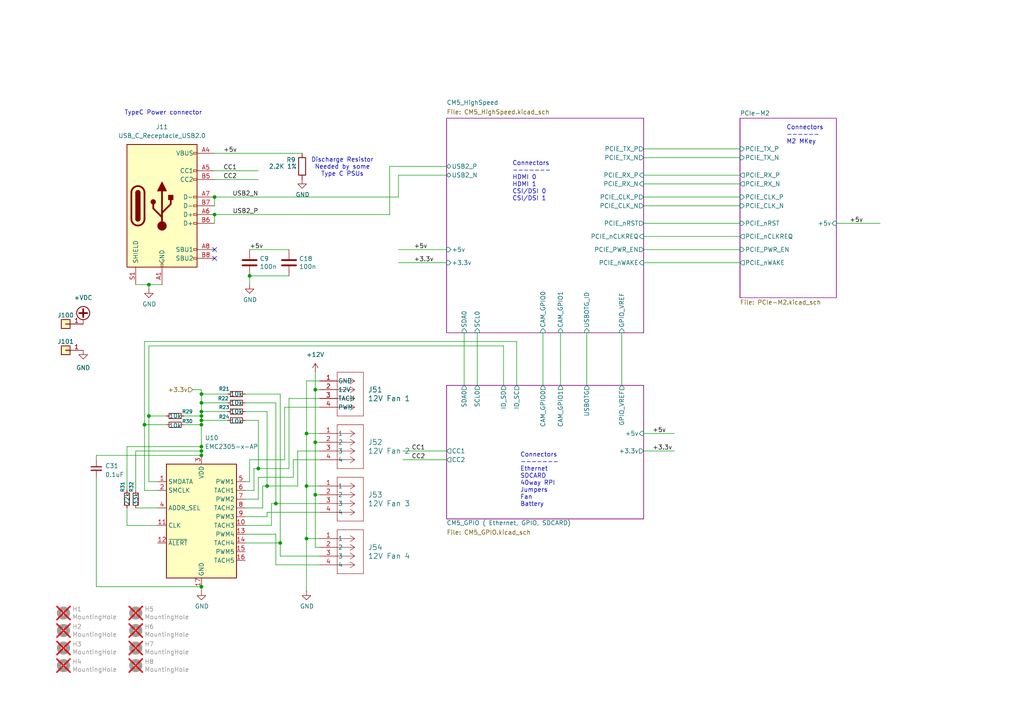
<source format=kicad_sch>
(kicad_sch (version 20250114) (generator "eeschema") (generator_version "9.0")
  (paper "A4")
  (title_block (title "Compute Module 5 IO Board - Top Level") (rev "1") (company "Copyright © 2024 Raspberry Pi Ltd.") (comment 1 "www.raspberrypi.com"))
  (text "Connectors\n-------\nEthernet\nSDCARD\n40way RPI\nJumpers\nFan\nBattery" (at 150.876 147.066 0) (effects (font (size 1.27 1.27)) (justify left bottom)))
  (text "Connectors\n------\nM2 MKey" (at 228.092 41.91 0) (effects (font (size 1.27 1.27)) (justify left bottom)))
  (text "Discharge Resistor\nNeeded by some\nType C PSUs" (at 99.314 48.514 0) (effects (font (size 1.27 1.27))))
  (text "TypeC Power connector" (at 36.068 33.528 0) (effects (font (size 1.27 1.27)) (justify left bottom)))
  (text "https://webench.ti.com/appinfo/webench/scripts/SDP.cgi?ID=394641B4FF50B9DB" (at 71.12 391.414 0) (effects (font (size 1.27 1.27))))
  (text "Connectors\n-------\nHDMI 0\nHDMI 1\nCSI/DSI 0\nCSI/DSI 1" (at 148.59 58.42 0) (effects (font (size 1.27 1.27)) (justify left bottom)))
  (junction (at 48.26 455.93))
  (junction (at 0 276.86))
  (junction (at 91.44 113.03))
  (junction (at 153.67 250.19))
  (junction (at 43.18 82.55))
  (junction (at 91.44 143.51))
  (junction (at 71.12 455.93))
  (junction (at 99.06 250.19))
  (junction (at 80.01 146.05))
  (junction (at 22.86 311.15))
  (junction (at 88.9 156.21))
  (junction (at 88.9 140.97))
  (junction (at 157.48 455.93))
  (junction (at 26.67 411.48))
  (junction (at 71.12 311.15))
  (junction (at 58.42 114.3))
  (junction (at 95.25 280.67))
  (junction (at 43.18 120.65))
  (junction (at 58.42 129.54))
  (junction (at 0 298.45))
  (junction (at 58.42 132.08))
  (junction (at 58.42 119.38))
  (junction (at 38.1 455.93))
  (junction (at 41.91 123.19))
  (junction (at 88.9 125.73))
  (junction (at 168.91 419.1))
  (junction (at 88.9 436.88))
  (junction (at 137.16 419.1))
  (junction (at 170.18 250.19))
  (junction (at 125.73 419.1))
  (junction (at 58.42 170.18))
  (junction (at 58.42 121.92))
  (junction (at 91.44 128.27))
  (junction (at -27.94 240.03))
  (junction (at 22.86 344.17))
  (junction (at 50.8 411.48))
  (junction (at 58.42 130.81))
  (junction (at 74.93 135.89))
  (junction (at 95.25 419.1))
  (junction (at 58.42 120.65))
  (junction (at 157.48 419.1))
  (junction (at 58.42 123.19))
  (junction (at 48.26 411.48))
  (junction (at 77.47 140.97))
  (junction (at 0 270.51))
  (junction (at 93.98 455.93))
  (junction (at 72.39 80.01))
  (junction (at 81.28 157.48))
  (junction (at 38.1 411.48))
  (junction (at 50.8 414.02))
  (junction (at 26.67 248.92))
  (junction (at 88.9 419.1))
  (junction (at -11.43 240.03))
  (junction (at 170.18 307.34))
  (junction (at 115.57 250.19))
  (junction (at 11.43 308.61))
  (junction (at 62.23 62.23))
  (junction (at -27.94 254))
  (junction (at 58.42 116.84))
  (junction (at 26.67 240.03))
  (junction (at 62.23 57.15))
  (junction (at 0 308.61))
  (junction (at 0 240.03))
  (junction (at 137.16 455.93))
  (junction (at 81.28 280.67))
  (junction (at 137.16 430.53))
  (no_connect (at 62.23 74.93))
  (no_connect (at 62.23 72.39))
  (wire (pts (xy 19.05 300.99) (xy 27.94 300.99)))
  (wire (pts (xy 41.91 142.24) (xy 41.91 123.19)))
  (wire (pts (xy 0 240.03) (xy 0 254)))
  (wire (pts (xy 58.42 170.18) (xy 58.42 171.45)))
  (wire (pts (xy 99.06 434.34) (xy 99.06 431.8)))
  (wire (pts (xy 0 261.62) (xy 0 270.51)))
  (wire (pts (xy 76.2 147.32) (xy 76.2 140.97)))
  (wire (pts (xy 80.01 146.05) (xy 92.71 146.05)))
  (wire (pts (xy 115.57 76.2) (xy 129.54 76.2)))
  (wire (pts (xy 170.18 250.19) (xy 181.61 250.19)))
  (wire (pts (xy 186.69 130.81) (xy 195.58 130.81)))
  (wire (pts (xy 86.36 140.97) (xy 86.36 130.81)))
  (wire (pts (xy 27.94 132.08) (xy 58.42 132.08)))
  (wire (pts (xy 27.94 133.35) (xy 27.94 132.08)))
  (wire (pts (xy 180.34 96.52) (xy 180.34 111.76)))
  (wire (pts (xy 71.12 121.92) (xy 74.93 121.92)))
  (wire (pts (xy -27.94 240.03) (xy -11.43 240.03)))
  (wire (pts (xy 74.93 260.35) (xy 74.93 246.38)))
  (wire (pts (xy 55.88 113.03) (xy 58.42 113.03)))
  (wire (pts (xy 118.11 426.72) (xy 118.11 430.53)))
  (wire (pts (xy 36.83 147.32) (xy 36.83 152.4)))
  (wire (pts (xy 88.9 125.73) (xy 88.9 140.97)))
  (wire (pts (xy 113.03 48.26) (xy 129.54 48.26)))
  (wire (pts (xy 139.7 250.19) (xy 153.67 250.19)))
  (wire (pts (xy 74.93 246.38) (xy 83.82 246.38)))
  (wire (pts (xy 104.14 250.19) (xy 99.06 250.19)))
  (wire (pts (xy 186.69 53.34) (xy 214.63 53.34)))
  (wire (pts (xy 107.95 434.34) (xy 125.73 434.34)))
  (wire (pts (xy 62.23 52.07) (xy 74.93 52.07)))
  (wire (pts (xy 88.9 405.13) (xy 88.9 411.48)))
  (wire (pts (xy 45.72 142.24) (xy 41.91 142.24)))
  (wire (pts (xy 168.91 429.26) (xy 168.91 419.1)))
  (wire (pts (xy 78.74 152.4) (xy 78.74 146.05)))
  (wire (pts (xy -6.35 411.48) (xy 26.67 411.48)))
  (wire (pts (xy 186.69 68.58) (xy 214.63 68.58)))
  (wire (pts (xy 115.57 57.15) (xy 115.57 50.8)))
  (wire (pts (xy 125.73 419.1) (xy 121.92 419.1)))
  (wire (pts (xy 43.18 83.82) (xy 43.18 82.55)))
  (wire (pts (xy 78.74 146.05) (xy 80.01 146.05)))
  (wire (pts (xy 74.93 135.89) (xy 83.82 135.89)))
  (wire (pts (xy -6.35 410.21) (xy -6.35 411.48)))
  (wire (pts (xy 102.87 260.35) (xy 99.06 260.35)))
  (wire (pts (xy 99.06 250.19) (xy 95.25 250.19)))
  (wire (pts (xy 134.62 96.52) (xy 134.62 111.76)))
  (wire (pts (xy 77.47 140.97) (xy 86.36 140.97)))
  (wire (pts (xy 58.42 129.54) (xy 58.42 130.81)))
  (wire (pts (xy 48.26 411.48) (xy 50.8 411.48)))
  (wire (pts (xy 83.82 246.38) (xy 83.82 247.65)))
  (wire (pts (xy 186.69 43.18) (xy 214.63 43.18)))
  (wire (pts (xy 157.48 455.93) (xy 137.16 455.93)))
  (wire (pts (xy 53.34 426.72) (xy 48.26 426.72)))
  (wire (pts (xy 58.42 123.19) (xy 58.42 129.54)))
  (wire (pts (xy 58.42 130.81) (xy 58.42 132.08)))
  (wire (pts (xy -27.94 247.65) (xy -27.94 254)))
  (wire (pts (xy 58.42 120.65) (xy 58.42 121.92)))
  (wire (pts (xy 179.07 419.1) (xy 168.91 419.1)))
  (wire (pts (xy 88.9 125.73) (xy 92.71 125.73)))
  (wire (pts (xy 88.9 426.72) (xy 118.11 426.72)))
  (wire (pts (xy 68.58 260.35) (xy 74.93 260.35)))
  (wire (pts (xy 88.9 140.97) (xy 88.9 156.21)))
  (wire (pts (xy 0 270.51) (xy 27.94 270.51)))
  (wire (pts (xy 83.82 115.57) (xy 83.82 135.89)))
  (wire (pts (xy 92.71 115.57) (xy 83.82 115.57)))
  (wire (pts (xy 72.39 80.01) (xy 83.82 80.01)))
  (wire (pts (xy 68.58 300.99) (xy 74.93 300.99)))
  (wire (pts (xy -48.26 254) (xy -27.94 254)))
  (wire (pts (xy 71.12 152.4) (xy 78.74 152.4)))
  (wire (pts (xy 77.47 148.59) (xy 92.71 148.59)))
  (wire (pts (xy 81.28 280.67) (xy 83.82 280.67)))
  (wire (pts (xy 125.73 419.1) (xy 125.73 434.34)))
  (wire (pts (xy 92.71 163.83) (xy 80.01 163.83)))
  (wire (pts (xy -48.26 240.03) (xy -27.94 240.03)))
  (wire (pts (xy 71.12 114.3) (xy 81.28 114.3)))
  (wire (pts (xy -21.59 290.83) (xy -21.59 298.45)))
  (wire (pts (xy 22.86 336.55) (xy 22.86 344.17)))
  (wire (pts (xy 62.23 62.23) (xy 113.03 62.23)))
  (wire (pts (xy 71.12 157.48) (xy 81.28 157.48)))
  (wire (pts (xy -21.59 276.86) (xy 0 276.86)))
  (wire (pts (xy 71.12 144.78) (xy 74.93 144.78)))
  (wire (pts (xy 27.94 260.35) (xy 26.67 260.35)))
  (wire (pts (xy 88.9 140.97) (xy 92.71 140.97)))
  (wire (pts (xy 138.43 96.52) (xy 138.43 111.76)))
  (wire (pts (xy 41.91 123.19) (xy 48.26 123.19)))
  (wire (pts (xy 27.94 311.15) (xy 22.86 311.15)))
  (wire (pts (xy 43.18 139.7) (xy 45.72 139.7)))
  (wire (pts (xy 170.18 250.19) (xy 170.18 280.67)))
  (wire (pts (xy 43.18 120.65) (xy 43.18 139.7)))
  (wire (pts (xy 116.84 133.35) (xy 129.54 133.35)))
  (wire (pts (xy 95.25 250.19) (xy 95.25 262.89)))
  (wire (pts (xy 88.9 436.88) (xy 93.98 436.88)))
  (wire (pts (xy 157.48 434.34) (xy 157.48 455.93)))
  (wire (pts (xy 137.16 436.88) (xy 137.16 455.93)))
  (wire (pts (xy 48.26 411.48) (xy 48.26 421.64)))
  (wire (pts (xy 186.69 57.15) (xy 214.63 57.15)))
  (wire (pts (xy 170.18 288.29) (xy 170.18 307.34)))
  (wire (pts (xy 91.44 158.75) (xy 92.71 158.75)))
  (wire (pts (xy 157.48 96.52) (xy 157.48 111.76)))
  (wire (pts (xy 26.67 260.35) (xy 26.67 248.92)))
  (wire (pts (xy 113.03 48.26) (xy 113.03 62.23)))
  (wire (pts (xy 7.62 344.17) (xy 22.86 344.17)))
  (wire (pts (xy 38.1 411.48) (xy 38.1 416.56)))
  (wire (pts (xy 39.37 142.24) (xy 39.37 130.81)))
  (wire (pts (xy 58.42 113.03) (xy 58.42 114.3)))
  (wire (pts (xy 74.93 307.34) (xy 170.18 307.34)))
  (wire (pts (xy 50.8 414.02) (xy 53.34 414.02)))
  (wire (pts (xy 93.98 436.88) (xy 93.98 455.93)))
  (wire (pts (xy 0 240.03) (xy -11.43 240.03)))
  (wire (pts (xy 118.11 430.53) (xy 137.16 430.53)))
  (wire (pts (xy 0 270.51) (xy 0 276.86)))
  (wire (pts (xy 68.58 311.15) (xy 71.12 311.15)))
  (wire (pts (xy 53.34 421.64) (xy 48.26 421.64)))
  (wire (pts (xy 91.44 128.27) (xy 92.71 128.27)))
  (wire (pts (xy 71.12 119.38) (xy 77.47 119.38)))
  (wire (pts (xy 41.91 99.06) (xy 149.86 99.06)))
  (wire (pts (xy 88.9 110.49) (xy 88.9 125.73)))
  (wire (pts (xy 88.9 419.1) (xy 88.9 421.64)))
  (wire (pts (xy 58.42 116.84) (xy 58.42 119.38)))
  (wire (pts (xy 162.56 96.52) (xy 162.56 111.76)))
  (wire (pts (xy 92.71 161.29) (xy 81.28 161.29)))
  (wire (pts (xy 43.18 100.33) (xy 43.18 120.65)))
  (wire (pts (xy 74.93 300.99) (xy 74.93 307.34)))
  (wire (pts (xy 81.28 161.29) (xy 81.28 157.48)))
  (wire (pts (xy 99.06 250.19) (xy 99.06 260.35)))
  (wire (pts (xy 58.42 121.92) (xy 58.42 123.19)))
  (wire (pts (xy 186.69 50.8) (xy 214.63 50.8)))
  (wire (pts (xy 91.44 107.95) (xy 91.44 113.03)))
  (wire (pts (xy 11.43 300.99) (xy 11.43 308.61)))
  (wire (pts (xy 68.58 280.67) (xy 81.28 280.67)))
  (wire (pts (xy 149.86 99.06) (xy 149.86 111.76)))
  (wire (pts (xy 48.26 441.96) (xy 48.26 455.93)))
  (wire (pts (xy 82.55 133.35) (xy 72.39 133.35)))
  (wire (pts (xy 7.62 311.15) (xy 7.62 322.58)))
  (wire (pts (xy 50.8 416.56) (xy 50.8 414.02)))
  (wire (pts (xy 74.93 138.43) (xy 85.09 138.43)))
  (wire (pts (xy 68.58 308.61) (xy 71.12 308.61)))
  (wire (pts (xy 39.37 130.81) (xy 58.42 130.81)))
  (wire (pts (xy 0 298.45) (xy 0 308.61)))
  (wire (pts (xy 48.26 455.93) (xy 71.12 455.93)))
  (wire (pts (xy 92.71 110.49) (xy 88.9 110.49)))
  (wire (pts (xy 72.39 80.01) (xy 72.39 82.55)))
  (wire (pts (xy 95.25 273.05) (xy 95.25 280.67)))
  (wire (pts (xy 170.18 96.52) (xy 170.18 111.76)))
  (wire (pts (xy 11.43 293.37) (xy 11.43 290.83)))
  (wire (pts (xy 58.42 114.3) (xy 58.42 116.84)))
  (wire (pts (xy 50.8 411.48) (xy 50.8 414.02)))
  (wire (pts (xy 186.69 64.77) (xy 214.63 64.77)))
  (wire (pts (xy 168.91 455.93) (xy 157.48 455.93)))
  (wire (pts (xy 146.05 100.33) (xy 43.18 100.33)))
  (wire (pts (xy 16.51 252.73) (xy 16.51 248.92)))
  (wire (pts (xy 36.83 152.4) (xy 45.72 152.4)))
  (wire (pts (xy 87.63 267.97) (xy 68.58 267.97)))
  (wire (pts (xy 86.36 130.81) (xy 92.71 130.81)))
  (wire (pts (xy 62.23 44.45) (xy 87.63 44.45)))
  (wire (pts (xy 62.23 62.23) (xy 62.23 64.77)))
  (wire (pts (xy 53.34 123.19) (xy 58.42 123.19)))
  (wire (pts (xy 72.39 72.39) (xy 83.82 72.39)))
  (wire (pts (xy 53.34 416.56) (xy 50.8 416.56)))
  (wire (pts (xy 38.1 455.93) (xy 48.26 455.93)))
  (wire (pts (xy 95.25 405.13) (xy 88.9 405.13)))
  (wire (pts (xy 242.57 64.77) (xy 255.27 64.77)))
  (wire (pts (xy 157.48 419.1) (xy 137.16 419.1)))
  (wire (pts (xy 26.67 455.93) (xy 38.1 455.93)))
  (wire (pts (xy 91.44 143.51) (xy 92.71 143.51)))
  (wire (pts (xy 22.86 311.15) (xy 7.62 311.15)))
  (wire (pts (xy 82.55 118.11) (xy 82.55 133.35)))
  (wire (pts (xy 48.26 426.72) (xy 48.26 436.88)))
  (wire (pts (xy 36.83 142.24) (xy 36.83 129.54)))
  (wire (pts (xy 41.91 99.06) (xy 41.91 123.19)))
  (wire (pts (xy 91.44 280.67) (xy 95.25 280.67)))
  (wire (pts (xy 81.28 114.3) (xy 81.28 157.48)))
  (wire (pts (xy -21.59 283.21) (xy -21.59 276.86)))
  (wire (pts (xy 38.1 411.48) (xy 48.26 411.48)))
  (wire (pts (xy 71.12 116.84) (xy 80.01 116.84)))
  (wire (pts (xy 36.83 129.54) (xy 58.42 129.54)))
  (wire (pts (xy 0 290.83) (xy 0 298.45)))
  (wire (pts (xy 53.34 120.65) (xy 58.42 120.65)))
  (wire (pts (xy 186.69 72.39) (xy 214.63 72.39)))
  (wire (pts (xy 74.93 144.78) (xy 74.93 138.43)))
  (wire (pts (xy 27.94 138.43) (xy 27.94 170.18)))
  (wire (pts (xy 88.9 156.21) (xy 92.71 156.21)))
  (wire (pts (xy 91.44 128.27) (xy 91.44 143.51)))
  (wire (pts (xy 88.9 431.8) (xy 99.06 431.8)))
  (wire (pts (xy 125.73 419.1) (xy 137.16 419.1)))
  (wire (pts (xy 168.91 419.1) (xy 157.48 419.1)))
  (wire (pts (xy 93.98 455.93) (xy 137.16 455.93)))
  (wire (pts (xy 43.18 82.55) (xy 46.99 82.55)))
  (wire (pts (xy 186.69 59.69) (xy 214.63 59.69)))
  (wire (pts (xy 71.12 142.24) (xy 73.66 142.24)))
  (wire (pts (xy 39.37 82.55) (xy 43.18 82.55)))
  (wire (pts (xy 80.01 163.83) (xy 80.01 154.94)))
  (wire (pts (xy 72.39 139.7) (xy 72.39 133.35)))
  (wire (pts (xy 72.39 139.7) (xy 71.12 139.7)))
  (wire (pts (xy 80.01 116.84) (xy 80.01 146.05)))
  (wire (pts (xy 0 276.86) (xy 0 283.21)))
  (wire (pts (xy 62.23 49.53) (xy 74.93 49.53)))
  (wire (pts (xy 73.66 142.24) (xy 73.66 135.89)))
  (wire (pts (xy 170.18 307.34) (xy 170.18 322.58)))
  (wire (pts (xy 39.37 147.32) (xy 45.72 147.32)))
  (wire (pts (xy 186.69 125.73) (xy 195.58 125.73)))
  (wire (pts (xy 22.86 323.85) (xy 22.86 328.93)))
  (wire (pts (xy -27.94 254) (xy -11.43 254)))
  (wire (pts (xy 74.93 121.92) (xy 74.93 135.89)))
  (wire (pts (xy 7.62 330.2) (xy 7.62 344.17)))
  (wire (pts (xy 26.67 416.56) (xy 26.67 411.48)))
  (wire (pts (xy 22.86 311.15) (xy 22.86 316.23)))
  (wire (pts (xy 26.67 240.03) (xy 26.67 248.92)))
  (wire (pts (xy 115.57 250.19) (xy 132.08 250.19)))
  (wire (pts (xy 91.44 113.03) (xy 92.71 113.03)))
  (wire (pts (xy 95.25 419.1) (xy 88.9 419.1)))
  (wire (pts (xy 0 240.03) (xy 26.67 240.03)))
  (wire (pts (xy 168.91 434.34) (xy 168.91 455.93)))
  (wire (pts (xy 71.12 149.86) (xy 77.47 149.86)))
  (wire (pts (xy 88.9 416.56) (xy 88.9 419.1)))
  (wire (pts (xy 109.22 250.19) (xy 115.57 250.19)))
  (wire (pts (xy 26.67 421.64) (xy 26.67 455.93)))
  (wire (pts (xy 58.42 116.84) (xy 66.04 116.84)))
  (wire (pts (xy 0 308.61) (xy 0 311.15)))
  (wire (pts (xy 95.25 419.1) (xy 114.3 419.1)))
  (wire (pts (xy -11.43 247.65) (xy -11.43 254)))
  (wire (pts (xy 58.42 119.38) (xy 58.42 120.65)))
  (wire (pts (xy 58.42 114.3) (xy 66.04 114.3)))
  (wire (pts (xy 153.67 250.19) (xy 153.67 251.46)))
  (wire (pts (xy -21.59 298.45) (xy 0 298.45)))
  (wire (pts (xy 43.18 120.65) (xy 48.26 120.65)))
  (wire (pts (xy 62.23 57.15) (xy 62.23 59.69)))
  (wire (pts (xy 71.12 154.94) (xy 80.01 154.94)))
  (wire (pts (xy 77.47 149.86) (xy 77.47 148.59)))
  (wire (pts (xy 81.28 280.67) (xy 81.28 284.48)))
  (wire (pts (xy 26.67 411.48) (xy 38.1 411.48)))
  (wire (pts (xy 77.47 119.38) (xy 77.47 140.97)))
  (wire (pts (xy 116.84 130.81) (xy 129.54 130.81)))
  (wire (pts (xy 157.48 429.26) (xy 157.48 419.1)))
  (wire (pts (xy 73.66 135.89) (xy 74.93 135.89)))
  (wire (pts (xy 104.14 240.03) (xy 26.67 240.03)))
  (wire (pts (xy 88.9 436.88) (xy 88.9 439.42)))
  (wire (pts (xy 115.57 72.39) (xy 129.54 72.39)))
  (wire (pts (xy 91.44 113.03) (xy 91.44 128.27)))
  (wire (pts (xy 91.44 143.51) (xy 91.44 158.75)))
  (wire (pts (xy 16.51 248.92) (xy 26.67 248.92)))
  (wire (pts (xy 38.1 421.64) (xy 38.1 455.93)))
  (wire (pts (xy 137.16 422.91) (xy 137.16 419.1)))
  (wire (pts (xy 115.57 250.19) (xy 115.57 260.35)))
  (wire (pts (xy 153.67 259.08) (xy 153.67 270.51)))
  (wire (pts (xy 99.06 434.34) (xy 102.87 434.34)))
  (wire (pts (xy 71.12 455.93) (xy 93.98 455.93)))
  (wire (pts (xy 153.67 250.19) (xy 170.18 250.19)))
  (wire (pts (xy 137.16 427.99) (xy 137.16 430.53)))
  (wire (pts (xy 115.57 50.8) (xy 129.54 50.8)))
  (wire (pts (xy 0 308.61) (xy 11.43 308.61)))
  (wire (pts (xy 85.09 133.35) (xy 92.71 133.35)))
  (wire (pts (xy 95.25 410.21) (xy 95.25 419.1)))
  (wire (pts (xy 11.43 290.83) (xy 27.94 290.83)))
  (wire (pts (xy 137.16 430.53) (xy 137.16 431.8)))
  (wire (pts (xy 85.09 138.43) (xy 85.09 133.35)))
  (wire (pts (xy 186.69 45.72) (xy 214.63 45.72)))
  (wire (pts (xy 62.23 57.15) (xy 115.57 57.15)))
  (wire (pts (xy 71.12 147.32) (xy 76.2 147.32)))
  (wire (pts (xy 58.42 121.92) (xy 66.04 121.92)))
  (wire (pts (xy 27.94 170.18) (xy 58.42 170.18)))
  (wire (pts (xy 58.42 119.38) (xy 66.04 119.38)))
  (wire (pts (xy 115.57 260.35) (xy 110.49 260.35)))
  (wire (pts (xy 92.71 118.11) (xy 82.55 118.11)))
  (wire (pts (xy 186.69 76.2) (xy 214.63 76.2)))
  (wire (pts (xy 179.07 417.83) (xy 179.07 419.1)))
  (wire (pts (xy 109.22 240.03) (xy 120.65 240.03)))
  (wire (pts (xy 11.43 308.61) (xy 19.05 308.61)))
  (wire (pts (xy 53.34 411.48) (xy 50.8 411.48)))
  (wire (pts (xy 76.2 140.97) (xy 77.47 140.97)))
  (wire (pts (xy 88.9 156.21) (xy 88.9 171.45)))
  (wire (pts (xy 146.05 111.76) (xy 146.05 100.33)))
  (wire (pts (xy 71.12 308.61) (xy 71.12 311.15)))
  (label "+5v" (at 72.39 72.39 0))
  (label "CC1" (at 119.38 130.81 0))
  (label "CC2" (at 119.38 133.35 0))
  (label "+5v" (at 246.38 64.77 0))
  (label "https:{slash}{slash}webench.ti.com{slash}appinfo{slash}webench{slash}scripts{slash}SDP.cgi?ID=76991F136CBADE83" (at 10.16 234.95 0))
  (label "+5v" (at 189.23 125.73 0))
  (label "+5v" (at 120.015 72.39 0))
  (label "USB2_P" (at 74.93 62.23 180))
  (label "CC1" (at 64.77 49.53 0))
  (label "USB2_N" (at 74.93 57.15 180))
  (label "+3.3v" (at 189.23 130.81 0))
  (label "+3.3v" (at 120.015 76.2 0))
  (label "CC2" (at 64.77 52.07 0))
  (label "+5v" (at 64.77 44.45 0))
  (hierarchical_label "+3.3v" (shape input) (at 55.88 113.03 180))
  (symbol (lib_id "Mechanical:MountingHole") (at 18.415 193.04 0) (unit 1) (exclude_from_sim yes) (in_bom no) (dnp yes)
    (property "Reference" "H4" (at 20.955 191.897 0) (effects (justify left)))
    (property "Value" "MountingHole" (at 20.955 194.183 0) (effects (justify left)))
    (property "Footprint" "libreboard:MountingHole_2.7mm_M2.5_DIN965" (effects (hide yes)))
    (property "Field4" "nf" (effects (hide yes)))
    (property "Field5" "nf" (effects (hide yes)))
    (property "Field6" "nf" (effects (hide yes)))
    (property "Field7" "nf" (effects (hide yes)))
    (property "Part Description" "M2.5 mounting hole" (effects (hide yes)))
  )
  (symbol (lib_id "Mechanical:MountingHole") (at 18.415 187.96 0) (unit 1) (exclude_from_sim yes) (in_bom no) (dnp yes)
    (property "Reference" "H3" (at 20.955 186.817 0) (effects (justify left)))
    (property "Value" "MountingHole" (at 20.955 189.103 0) (effects (justify left)))
    (property "Footprint" "libreboard:MountingHole_2.7mm_M2.5_DIN965" (effects (hide yes)))
    (property "Field4" "nf" (effects (hide yes)))
    (property "Field5" "nf" (effects (hide yes)))
    (property "Field6" "nf" (effects (hide yes)))
    (property "Field7" "nf" (effects (hide yes)))
    (property "Part Description" "M2.5 mounting hole" (effects (hide yes)))
  )
  (symbol (lib_id "Mechanical:MountingHole") (at 18.415 182.88 0) (unit 1) (exclude_from_sim yes) (in_bom no) (dnp yes)
    (property "Reference" "H2" (at 20.955 181.737 0) (effects (justify left)))
    (property "Value" "MountingHole" (at 20.955 184.023 0) (effects (justify left)))
    (property "Footprint" "libreboard:MountingHole_2.7mm_M2.5_DIN965" (effects (hide yes)))
    (property "Field4" "nf" (effects (hide yes)))
    (property "Field5" "nf" (effects (hide yes)))
    (property "Field6" "nf" (effects (hide yes)))
    (property "Field7" "nf" (effects (hide yes)))
    (property "Part Description" "M2.5 mounting hole" (effects (hide yes)))
  )
  (symbol (lib_id "Mechanical:MountingHole") (at 18.415 177.8 0) (unit 1) (exclude_from_sim yes) (in_bom no) (dnp yes)
    (property "Reference" "H1" (at 20.955 176.657 0) (effects (justify left)))
    (property "Value" "MountingHole" (at 20.955 178.943 0) (effects (justify left)))
    (property "Footprint" "libreboard:MountingHole_2.7mm_M2.5_DIN965" (effects (hide yes)))
    (property "Field4" "nf" (effects (hide yes)))
    (property "Field5" "nf" (effects (hide yes)))
    (property "Field6" "nf" (effects (hide yes)))
    (property "Field7" "nf" (effects (hide yes)))
    (property "Part Description" "M2.5 mounting hole" (effects (hide yes)))
  )
  (symbol (lib_id "Mechanical:MountingHole") (at 39.37 177.8 0) (unit 1) (exclude_from_sim yes) (in_bom no) (dnp yes)
    (property "Reference" "H5" (at 41.91 176.657 0) (effects (justify left)))
    (property "Value" "MountingHole" (at 41.91 178.943 0) (effects (justify left)))
    (property "Footprint" "libreboard:MountingHole_2.7mm_M2.5_DIN965" (effects (hide yes)))
    (property "Field4" "nf" (effects (hide yes)))
    (property "Field5" "nf" (effects (hide yes)))
    (property "Field6" "nf" (effects (hide yes)))
    (property "Field7" "nf" (effects (hide yes)))
    (property "Part Description" "M2.5 mounting hole" (effects (hide yes)))
  )
  (symbol (lib_id "Mechanical:MountingHole") (at 39.37 193.04 0) (unit 1) (exclude_from_sim yes) (in_bom no) (dnp yes)
    (property "Reference" "H8" (at 41.91 191.897 0) (effects (justify left)))
    (property "Value" "MountingHole" (at 41.91 194.183 0) (effects (justify left)))
    (property "Footprint" "libreboard:MountingHole_2.7mm_M2.5_DIN965" (effects (hide yes)))
    (property "Field4" "nf" (effects (hide yes)))
    (property "Field5" "nf" (effects (hide yes)))
    (property "Field6" "nf" (effects (hide yes)))
    (property "Field7" "nf" (effects (hide yes)))
    (property "Part Description" "M2.5 mounting hole" (effects (hide yes)))
  )
  (symbol (lib_id "Mechanical:MountingHole") (at 39.37 187.96 0) (unit 1) (exclude_from_sim yes) (in_bom no) (dnp yes)
    (property "Reference" "H7" (at 41.91 186.817 0) (effects (justify left)))
    (property "Value" "MountingHole" (at 41.91 189.103 0) (effects (justify left)))
    (property "Footprint" "libreboard:MountingHole_2.7mm_M2.5_DIN965" (effects (hide yes)))
    (property "Field4" "nf" (effects (hide yes)))
    (property "Field5" "nf" (effects (hide yes)))
    (property "Field6" "nf" (effects (hide yes)))
    (property "Field7" "nf" (effects (hide yes)))
    (property "Part Description" "M2.5 mounting hole" (effects (hide yes)))
  )
  (symbol (lib_id "Mechanical:MountingHole") (at 39.37 182.88 0) (unit 1) (exclude_from_sim yes) (in_bom no) (dnp yes)
    (property "Reference" "H6" (at 41.91 181.737 0) (effects (justify left)))
    (property "Value" "MountingHole" (at 41.91 184.023 0) (effects (justify left)))
    (property "Footprint" "libreboard:MountingHole_2.7mm_M2.5_DIN965" (effects (hide yes)))
    (property "Field4" "nf" (effects (hide yes)))
    (property "Field5" "nf" (effects (hide yes)))
    (property "Field6" "nf" (effects (hide yes)))
    (property "Field7" "nf" (effects (hide yes)))
    (property "Part Description" "M2.5 mounting hole" (effects (hide yes)))
  )
  (symbol (lib_id "Device:C") (at 81.28 288.29 180) (unit 1)
    (property "Reference" "C30" (at 86.36 287.0199 0) (effects (justify right)))
    (property "Value" "100pF" (at 86.36 289.5599 0) (effects (justify right)))
    (property "Footprint" "Capacitor_SMD:C_0805_2012Metric" (effects (hide yes)))
    (property "Description" "Unpolarized capacitor" (effects (hide yes)))
  )
  (symbol (lib_id "power:GND") (at 87.63 52.07 0) (unit 1)
    (property "Reference" "#PWR031" (effects (hide yes)))
    (property "Value" "GND" (at 87.757 56.4642 0))
    (property "Description" "Power symbol creates a global label with name \"GND\" , ground" (effects (hide yes)))
  )
  (symbol (lib_name "470531000_1") (lib_id "2025-05-04_20-53-25:470531000") (at 92.71 110.49 0) (unit 1)
    (property "Reference" "J51" (at 106.68 113.0299 0) (effects (font (size 1.524 1.524)) (justify left)))
    (property "Value" "12V Fan 1" (at 106.68 115.5699 0) (effects (font (size 1.524 1.524)) (justify left)))
    (property "Footprint" "libreboard:CONN_SD-47053-001_H10p00_MOL" (effects (hide yes)))
    (property "Datasheet" "470531000" (effects (hide yes)))
  )
  (symbol (lib_id "Device:C") (at 19.05 304.8 180) (unit 1)
    (property "Reference" "C25" (at 24.13 303.5299 0) (effects (justify right)))
    (property "Value" "220nF" (at 24.13 306.0699 0) (effects (justify right)))
    (property "Footprint" "Capacitor_SMD:C_1812_4532Metric" (effects (hide yes)))
    (property "Datasheet" "=" (effects (hide yes)))
    (property "Description" "Unpolarized capacitor" (effects (hide yes)))
  )
  (symbol (lib_id "power:GND") (at 16.51 260.35 0) (unit 1)
    (property "Reference" "#PWR036" (effects (hide yes)))
    (property "Value" "GND" (at 16.51 265.43 0))
    (property "Description" "Power symbol creates a global label with name \"GND\" , ground" (effects (hide yes)))
  )
  (symbol (lib_id "Device:R_Small") (at 137.16 434.34 0) (unit 1)
    (property "Reference" "R45" (at 139.7 433.0699 0) (effects (font (size 1.016 1.016)) (justify left)))
    (property "Value" "19.1 kΩ" (at 139.7 435.6099 0) (effects (justify left)))
    (property "Footprint" "Resistor_SMD:R_0603_1608Metric" (effects (hide yes)))
    (property "Description" "Resistor, small symbol" (effects (hide yes)))
  )
  (symbol (lib_id "Device:R") (at 0 287.02 0) (unit 1)
    (property "Reference" "R7" (at 2.54 285.7499 0) (effects (justify left)))
    (property "Value" "6.49kΩ" (at 2.54 288.2899 0) (effects (justify left)))
    (property "Footprint" "Resistor_SMD:R_0603_1608Metric" (effects (hide yes)))
    (property "Description" "Resistor" (effects (hide yes)))
  )
  (symbol (lib_id "Device:C_Small") (at 26.67 419.1 0) (unit 1)
    (property "Reference" "C51" (at 29.21 417.8362 0) (effects (justify left)))
    (property "Value" "4.7 uF" (at 29.21 420.3762 0) (effects (justify left)))
    (property "Footprint" "Capacitor_SMD:C_0805_2012Metric" (effects (hide yes)))
    (property "Description" "Unpolarized capacitor, small symbol" (effects (hide yes)))
  )
  (symbol (lib_id "Device:C_Small") (at 27.94 135.89 0) (unit 1)
    (property "Reference" "C31" (at 30.48 135.128 0) (effects (justify left)))
    (property "Value" "0.1uF" (at 30.48 137.668 0) (effects (justify left)))
    (property "Footprint" "Capacitor_SMD:C_0402_1005Metric" (effects (hide yes)))
    (property "Description" "Unpolarized capacitor, small symbol" (effects (hide yes)))
  )
  (symbol (lib_id "2025-05-04_20-53-25:470531000") (at 92.71 125.73 0) (unit 1)
    (property "Reference" "J52" (at 106.68 128.2699 0) (effects (font (size 1.524 1.524)) (justify left)))
    (property "Value" "12V Fan 2" (at 106.68 130.8099 0) (effects (font (size 1.524 1.524)) (justify left)))
    (property "Footprint" "libreboard:CONN_SD-47053-001_H10p00_MOL" (effects (hide yes)))
    (property "Datasheet" "470531000" (effects (hide yes)))
  )
  (symbol (lib_id "Device:C") (at 83.82 76.2 0) (unit 1)
    (property "Reference" "C18" (at 86.741 75.0316 0) (effects (justify left)))
    (property "Value" "100n" (at 86.741 77.343 0) (effects (justify left)))
    (property "Footprint" "Capacitor_SMD:C_0402_1005Metric" (effects (hide yes)))
    (property "Datasheet" "https://search.murata.co.jp/Ceramy/image/img/A01X/G101/ENG/GRM155R71C104KA88-01.pdf" (effects (hide yes)))
    (property "Field4" "Farnell" (effects (hide yes)))
    (property "Field5" "2611911" (effects (hide yes)))
    (property "Field6" "RM EMK105 B7104KV-F" (effects (hide yes)))
    (property "Field7" "TAIYO YUDEN EUROPE GMBH" (effects (hide yes)))
    (property "Field8" "110091611" (effects (hide yes)))
    (property "Part Description" "	0.1uF 10% 16V Ceramic Capacitor X7R 0402 (1005 Metric)" (effects (hide yes)))
  )
  (symbol (lib_id "power:+VDC") (at -48.26 240.03 0) (unit 1)
    (property "Reference" "#PWR034" (effects (hide yes)))
    (property "Value" "+VDC" (at -48.26 232.41 0))
    (property "Description" "Power symbol creates a global label with name \"+VDC\"" (effects (hide yes)))
  )
  (symbol (lib_id "Device:R_Small") (at 68.58 114.3 90) (unit 1)
    (property "Reference" "R21" (at 65.024 112.776 90) (effects (font (size 1.016 1.016))))
    (property "Value" "10k" (at 68.58 116.84 90))
    (property "Footprint" "Resistor_SMD:R_0402_1005Metric" (effects (hide yes)))
    (property "Description" "Resistor, small symbol" (effects (hide yes)))
  )
  (symbol (lib_id "power:GND") (at 68.58 290.83 0) (unit 1)
    (property "Reference" "#PWR043" (effects (hide yes)))
    (property "Value" "GND" (at 68.58 295.91 0))
    (property "Description" "Power symbol creates a global label with name \"GND\" , ground" (effects (hide yes)))
  )
  (symbol (lib_id "power:GND") (at 153.67 270.51 0) (unit 1)
    (property "Reference" "#PWR041" (effects (hide yes)))
    (property "Value" "GND" (at 153.67 275.59 0))
    (property "Description" "Power symbol creates a global label with name \"GND\" , ground" (effects (hide yes)))
  )
  (symbol (lib_id "LMR51450FNDRRR:LMR51450FNDRRR") (at 71.12 421.64 0) (unit 1)
    (property "Reference" "U14" (at 71.12 403.86 0))
    (property "Value" "LMR51450FNDRRR" (at 71.12 406.4 0))
    (property "Footprint" "libreboard:CONV_LMR51450FNDRRR" (effects (hide yes)))
    (property "PARTREV" "December 2022" (effects (hide yes)))
    (property "MANUFACTURER" "Texas Instruments" (effects (hide yes)))
    (property "MAXIMUM_PACKAGE_HEIGHT" "0.80 mm" (effects (hide yes)))
    (property "STANDARD" "Manufacturer Recommendations" (effects (hide yes)))
  )
  (symbol (lib_id "power:+VDC") (at -6.35 410.21 0) (unit 1)
    (property "Reference" "#PWR070" (effects (hide yes)))
    (property "Value" "+VDC" (at -6.35 402.59 0))
    (property "Description" "Power symbol creates a global label with name \"+VDC\"" (effects (hide yes)))
  )
  (symbol (lib_id "2025-05-04_16-39-33:LM5155DSSR") (at 48.26 285.75 0) (unit 1)
    (property "Reference" "U4" (at 48.26 250.19 0) (effects (font (size 1.524 1.524))))
    (property "Value" "LM5155DSSR" (at 48.26 252.73 0) (effects (font (size 1.524 1.524))))
    (property "Footprint" "libreboard:DSS0012B" (effects (hide yes)))
    (property "Datasheet" "LM5155DSSR" (effects (hide yes)))
    (property "Description" "https://webench.ti.com/appinfo/webench/scripts/SDP.cgi?ID=76991F136CBADE83" (effects (hide yes)))
  )
  (symbol (lib_id "Device:C") (at -21.59 287.02 180) (unit 1)
    (property "Reference" "C24" (at -16.51 285.7499 0) (effects (justify right)))
    (property "Value" "10pF" (at -16.51 288.2899 0) (effects (justify right)))
    (property "Footprint" "Capacitor_SMD:C_0201_0603Metric" (effects (hide yes)))
    (property "Datasheet" "https://search.murata.co.jp/Ceramy/image/img/A01X/G101/ENG/GRM32ER71J106MA12-01.pdf" (effects (hide yes)))
    (property "Description" "Unpolarized capacitor" (effects (hide yes)))
  )
  (symbol (lib_id "Device:R_Small") (at 137.16 425.45 0) (unit 1)
    (property "Reference" "R44" (at 139.7 424.1799 0) (effects (font (size 1.016 1.016)) (justify left)))
    (property "Value" "100 kΩ" (at 139.7 426.7199 0) (effects (justify left)))
    (property "Footprint" "Resistor_SMD:R_0603_1608Metric" (effects (hide yes)))
    (property "Description" "Resistor, small symbol" (effects (hide yes)))
  )
  (symbol (lib_id "power:GND") (at 83.82 255.27 0) (unit 1)
    (property "Reference" "#PWR037" (effects (hide yes)))
    (property "Value" "GND" (at 83.82 260.35 0))
    (property "Description" "Power symbol creates a global label with name \"GND\" , ground" (effects (hide yes)))
  )
  (symbol (lib_id "power:GND") (at -48.26 254 0) (unit 1)
    (property "Reference" "#PWR035" (effects (hide yes)))
    (property "Value" "GND" (at -48.26 259.08 0))
    (property "Description" "Power symbol creates a global label with name \"GND\" , ground" (effects (hide yes)))
  )
  (symbol (lib_id "Device:R") (at 95.25 284.48 180) (unit 1)
    (property "Reference" "R20" (at 97.79 283.2099 0) (effects (justify right)))
    (property "Value" "18mΩ" (at 97.79 285.7499 0) (effects (justify right)))
    (property "Footprint" "Resistor_SMD:R_0612_1632Metric" (effects (hide yes)))
    (property "Description" "Resistor" (effects (hide yes)))
  )
  (symbol (lib_id "Device:R_Small") (at 68.58 116.84 90) (unit 1)
    (property "Reference" "R22" (at 64.77 115.57 90) (effects (font (size 1.016 1.016))))
    (property "Value" "10k" (at 68.58 114.3 90))
    (property "Footprint" "Resistor_SMD:R_0402_1005Metric" (effects (hide yes)))
    (property "Description" "Resistor, small symbol" (effects (hide yes)))
  )
  (symbol (lib_id "Device:R") (at 22.86 332.74 0) (unit 1)
    (property "Reference" "R11" (at 25.4 331.4699 0) (effects (justify left)))
    (property "Value" "68.1kΩ" (at 25.4 334.0099 0) (effects (justify left)))
    (property "Footprint" "Resistor_SMD:R_0603_1608Metric" (effects (hide yes)))
    (property "Description" "Resistor" (effects (hide yes)))
  )
  (symbol (lib_id "Device:R") (at 87.63 280.67 90) (unit 1)
    (property "Reference" "R13" (at 87.63 274.32 90))
    (property "Value" "100Ω" (at 87.63 276.86 90))
    (property "Footprint" "Resistor_SMD:R_0603_1608Metric" (effects (hide yes)))
    (property "Description" "Resistor" (effects (hide yes)))
  )
  (symbol (lib_id "Device:C") (at -27.94 243.84 180) (unit 1)
    (property "Reference" "C20" (at -22.86 242.5699 0) (effects (justify right)))
    (property "Value" "10uF" (at -22.86 245.1099 0) (effects (justify right)))
    (property "Footprint" "Capacitor_SMD:C_1210_3225Metric" (effects (hide yes)))
    (property "Datasheet" "https://search.murata.co.jp/Ceramy/image/img/A01X/G101/ENG/GRM32ER71J106MA12-01.pdf" (effects (hide yes)))
    (property "Description" "Unpolarized capacitor" (effects (hide yes)))
  )
  (symbol (lib_id "Device:C") (at 83.82 251.46 180) (unit 1)
    (property "Reference" "C23" (at 88.9 250.1899 0) (effects (justify right)))
    (property "Value" "1uF" (at 88.9 252.7299 0) (effects (justify right)))
    (property "Footprint" "Capacitor_SMD:C_0603_1608Metric" (effects (hide yes)))
    (property "Datasheet" "https://search.murata.co.jp/Ceramy/image/img/A01X/G101/ENG/GRM32ER71J106MA12-01.pdf" (effects (hide yes)))
    (property "Description" "Unpolarized capacitor" (effects (hide yes)))
  )
  (symbol (lib_id "Device:R") (at 170.18 284.48 180) (unit 1)
    (property "Reference" "R18" (at 172.72 283.2099 0) (effects (justify right)))
    (property "Value" "51.1kΩ" (at 172.72 285.7499 0) (effects (justify right)))
    (property "Footprint" "Resistor_SMD:R_0603_1608Metric" (effects (hide yes)))
    (property "Description" "Resistor" (effects (hide yes)))
  )
  (symbol (lib_id "Device:R_Small") (at 68.58 119.38 90) (unit 1)
    (property "Reference" "R23" (at 65.024 118.11 90) (effects (font (size 1.016 1.016))))
    (property "Value" "10k" (at 68.58 119.38 90))
    (property "Footprint" "Resistor_SMD:R_0402_1005Metric" (effects (hide yes)))
    (property "Description" "Resistor, small symbol" (effects (hide yes)))
  )
  (symbol (lib_id "2025-05-04_20-53-25:470531000") (at 92.71 156.21 0) (unit 1)
    (property "Reference" "J54" (at 106.68 158.7499 0) (effects (font (size 1.524 1.524)) (justify left)))
    (property "Value" "12V Fan 4" (at 106.68 161.2899 0) (effects (font (size 1.524 1.524)) (justify left)))
    (property "Footprint" "libreboard:CONN_SD-47053-001_H10p00_MOL" (effects (hide yes)))
    (property "Datasheet" "470531000" (effects (hide yes)))
  )
  (symbol (lib_id "Connector_Generic:Conn_01x01") (at 19.05 101.6 180) (unit 1)
    (property "Reference" "J101" (at 19.05 99.06 0))
    (property "Value" "Screw Terminal" (effects (hide yes)))
    (property "Footprint" "libreboard:7770-screw-terminal" (effects (hide yes)))
    (property "Datasheet" "https://mm.digikey.com/Volume0/opasdata/d220001/medias/docus/581/Metric_PCB_Screw_Terminals.pdf" (effects (hide yes)))
    (property "DK" "36-7770-ND" (effects (hide yes)))
    (property "PARTNO" "36-7770" (effects (hide yes)))
  )
  (symbol (lib_id "Device:R_Small") (at 50.8 123.19 90) (unit 1)
    (property "Reference" "R30" (at 54.356 122.174 90) (effects (font (size 1.016 1.016))))
    (property "Value" "10k" (at 50.8 123.444 90))
    (property "Footprint" "Resistor_SMD:R_0402_1005Metric" (effects (hide yes)))
    (property "Description" "Resistor, small symbol" (effects (hide yes)))
  )
  (symbol (lib_id "power:+12V") (at 91.44 107.95 0) (unit 1)
    (property "Reference" "#PWR048" (effects (hide yes)))
    (property "Value" "+12V" (at 91.44 102.87 0))
    (property "Description" "Power symbol creates a global label with name \"+12V\"" (effects (hide yes)))
  )
  (symbol (lib_id "Device:R") (at 11.43 297.18 0) (unit 1)
    (property "Reference" "R8" (at 13.97 295.9099 0) (effects (justify left)))
    (property "Value" "9.31kΩ" (at 13.97 298.4499 0) (effects (justify left)))
    (property "Footprint" "Resistor_SMD:R_0603_1608Metric" (effects (hide yes)))
    (property "Description" "Resistor" (effects (hide yes)))
  )
  (symbol (lib_id "power:GND") (at 71.12 455.93 0) (unit 1)
    (property "Reference" "#PWR071" (effects (hide yes)))
    (property "Value" "GND" (at 71.12 461.01 0))
    (property "Description" "Power symbol creates a global label with name \"GND\" , ground" (effects (hide yes)))
  )
  (symbol (lib_id "power:GND") (at 88.9 171.45 0) (unit 1)
    (property "Reference" "#PWR0139" (effects (hide yes)))
    (property "Value" "GND" (at 89.027 175.8442 0))
    (property "Description" "Power symbol creates a global label with name \"GND\" , ground" (effects (hide yes)))
  )
  (symbol (lib_id "Device:C") (at 16.51 256.54 180) (unit 1)
    (property "Reference" "C22" (at 21.59 255.2699 0) (effects (justify right)))
    (property "Value" "10nF" (at 21.59 257.8099 0) (effects (justify right)))
    (property "Footprint" "Capacitor_SMD:C_0603_1608Metric" (effects (hide yes)))
    (property "Datasheet" "https://search.murata.co.jp/Ceramy/image/img/A01X/G101/ENG/GRM32ER71J106MA12-01.pdf" (effects (hide yes)))
    (property "Description" "Unpolarized capacitor" (effects (hide yes)))
  )
  (symbol (lib_id "emberone:CSD18511Q5A") (at 92.71 267.97 0) (unit 1)
    (property "Reference" "Q1" (at 99.06 266.6999 0) (effects (justify left)))
    (property "Value" "CSD18511Q5A" (at 99.06 269.2399 0) (effects (justify left)))
    (property "Footprint" "Package_SON:VSONP-8-1EP_5x6_P1.27mm" (effects (hide yes)))
    (property "Datasheet" "https://www.ti.com/lit/ds/symlink/csd18511q5a.pdf" (effects (hide yes)))
    (property "PARTNO" "CSD18511Q5A" (effects (hide yes)))
    (property "DK" "296-48119-1-ND" (effects (hide yes)))
  )
  (symbol (lib_id "Connector:USB_C_Receptacle_USB2.0_16P") (at 46.99 59.69 0) (unit 1)
    (property "Reference" "J11" (at 46.99 36.83 0))
    (property "Value" "USB_C_Receptacle_USB2.0" (at 46.99 39.37 0))
    (property "Footprint" "Connector_USB:USB_C_Receptacle_GCT_USB4105-xx-A_16P_TopMnt_Horizontal" (effects (hide yes)))
    (property "Datasheet" "https://www.usb.org/sites/default/files/documents/usb_type-c.zip" (effects (hide yes)))
    (property "Field5" "USBF31-0171" (effects (hide yes)))
    (property "Field6" "USBF31-0171" (effects (hide yes)))
    (property "Field7" "MTCONN" (effects (hide yes)))
    (property "Part Description" "USBC USB2 data and power connector" (effects (hide yes)))
  )
  (symbol (lib_id "Device:R_Small") (at 36.83 144.78 180) (unit 1)
    (property "Reference" "R31" (at 35.56 141.224 90) (effects (font (size 1.016 1.016))))
    (property "Value" "22k" (at 36.83 144.78 90))
    (property "Footprint" "Resistor_SMD:R_0402_1005Metric" (effects (hide yes)))
    (property "Description" "Resistor, small symbol" (effects (hide yes)))
  )
  (symbol (lib_id "Device:C") (at 106.68 260.35 90) (unit 1)
    (property "Reference" "C28" (at 106.68 252.73 90))
    (property "Value" "1uF" (at 106.68 255.27 90))
    (property "Footprint" "Capacitor_SMD:C_1206_3216Metric" (effects (hide yes)))
    (property "Description" "Unpolarized capacitor" (effects (hide yes)))
  )
  (symbol (lib_id "Device:R_Small") (at 48.26 439.42 0) (unit 1)
    (property "Reference" "R42" (at 50.8 438.1499 0) (effects (font (size 1.016 1.016)) (justify left)))
    (property "Value" "30.9 kΩ" (at 50.8 440.6899 0) (effects (justify left)))
    (property "Footprint" "Resistor_SMD:R_0603_1608Metric" (effects (hide yes)))
    (property "Description" "Resistor, small symbol" (effects (hide yes)))
  )
  (symbol (lib_id "Device:R_Small") (at 105.41 434.34 90) (unit 1)
    (property "Reference" "R43" (at 105.41 429.26 90) (effects (font (size 1.016 1.016))))
    (property "Value" "100 kΩ" (at 105.41 431.8 90))
    (property "Footprint" "Resistor_SMD:R_0603_1608Metric" (effects (hide yes)))
    (property "Description" "Resistor, small symbol" (effects (hide yes)))
  )
  (symbol (lib_id "Device:C_Small") (at 168.91 431.8 0) (unit 1)
    (property "Reference" "C55" (at 171.45 430.5362 0) (effects (justify left)))
    (property "Value" "47 uF" (at 171.45 433.0762 0) (effects (justify left)))
    (property "Footprint" "Capacitor_SMD:C_0805_2012Metric" (effects (hide yes)))
    (property "Description" "Unpolarized capacitor, small symbol" (effects (hide yes)))
  )
  (symbol (lib_id "Device:R_Small") (at 39.37 144.78 180) (unit 1)
    (property "Reference" "R32" (at 38.1 141.224 90) (effects (font (size 1.016 1.016))))
    (property "Value" "33k" (at 39.37 144.78 90))
    (property "Footprint" "Resistor_SMD:R_0402_1005Metric" (effects (hide yes)))
    (property "Description" "Resistor, small symbol" (effects (hide yes)))
  )
  (symbol (lib_id "Connector_Generic:Conn_01x01") (at 19.05 93.98 180) (unit 1)
    (property "Reference" "J100" (at 19.05 91.44 0))
    (property "Value" "Screw Terminal" (effects (hide yes)))
    (property "Footprint" "libreboard:7770-screw-terminal" (effects (hide yes)))
    (property "Datasheet" "https://mm.digikey.com/Volume0/opasdata/d220001/medias/docus/581/Metric_PCB_Screw_Terminals.pdf" (effects (hide yes)))
    (property "DK" "36-7770-ND" (effects (hide yes)))
    (property "PARTNO" "36-7770" (effects (hide yes)))
  )
  (symbol (lib_id "power:GND") (at 24.13 101.6 0) (unit 1)
    (property "Reference" "#PWR032" (effects (hide yes)))
    (property "Value" "GND" (at 24.13 106.68 0))
    (property "Description" "Power symbol creates a global label with name \"GND\" , ground" (effects (hide yes)))
  )
  (symbol (lib_id "Device:R") (at 0 257.81 0) (unit 1)
    (property "Reference" "R6" (at 2.54 256.5399 0) (effects (justify left)))
    (property "Value" "43.2kΩ" (at 2.54 259.0799 0) (effects (justify left)))
    (property "Footprint" "Resistor_SMD:R_0603_1608Metric" (effects (hide yes)))
    (property "Description" "Resistor" (effects (hide yes)))
  )
  (symbol (lib_id "power:+12V") (at 181.61 250.19 0) (unit 1)
    (property "Reference" "#PWR042" (effects (hide yes)))
    (property "Value" "+12V" (at 181.61 245.11 0))
    (property "Description" "Power symbol creates a global label with name \"+12V\"" (effects (hide yes)))
  )
  (symbol (lib_id "Device:R") (at 87.63 48.26 0) (unit 1)
    (property "Reference" "R9" (at 83.058 46.355 0) (effects (justify left)))
    (property "Value" "2.2K 1%" (at 77.978 48.26 0) (effects (justify left)))
    (property "Footprint" "Resistor_SMD:R_0402_1005Metric" (effects (hide yes)))
    (property "Datasheet" "https://fscdn.rohm.com/en/products/databook/datasheet/passive/resistor/chip_resistor/mcr-e.pdf" (effects (hide yes)))
    (property "Field4" "Farnell" (effects (hide yes)))
    (property "Part Description" "Resistor 2.2K M1005 1% 63mW" (effects (hide yes)))
  )
  (symbol (lib_id "Device:R_Small") (at 50.8 120.65 90) (unit 1)
    (property "Reference" "R29" (at 54.356 119.38 90) (effects (font (size 1.016 1.016))))
    (property "Value" "10k" (at 50.8 120.65 90))
    (property "Footprint" "Resistor_SMD:R_0402_1005Metric" (effects (hide yes)))
    (property "Description" "Resistor, small symbol" (effects (hide yes)))
  )
  (symbol (lib_id "Device:R_Small") (at 68.58 121.92 90) (unit 1)
    (property "Reference" "R24" (at 65.024 120.904 90) (effects (font (size 1.016 1.016))))
    (property "Value" "10k" (at 68.58 122.174 90))
    (property "Footprint" "Resistor_SMD:R_0402_1005Metric" (effects (hide yes)))
    (property "Description" "Resistor, small symbol" (effects (hide yes)))
  )
  (symbol (lib_id "power:GND") (at 81.28 292.1 0) (unit 1)
    (property "Reference" "#PWR044" (effects (hide yes)))
    (property "Value" "GND" (at 81.28 297.18 0))
    (property "Description" "Power symbol creates a global label with name \"GND\" , ground" (effects (hide yes)))
  )
  (symbol (lib_id "power:+VDC") (at 24.13 93.98 0) (unit 1)
    (property "Reference" "#PWR033" (effects (hide yes)))
    (property "Value" "+VDC" (at 24.13 86.36 0))
    (property "Description" "Power symbol creates a global label with name \"+VDC\"" (effects (hide yes)))
  )
  (symbol (lib_id "Device:R") (at 170.18 326.39 180) (unit 1)
    (property "Reference" "R19" (at 172.72 325.1199 0) (effects (justify right)))
    (property "Value" "4.7kΩ" (at 172.72 327.6599 0) (effects (justify right)))
    (property "Footprint" "Resistor_SMD:R_0603_1608Metric" (effects (hide yes)))
    (property "Description" "Resistor" (effects (hide yes)))
  )
  (symbol (lib_id "power:GND") (at 0 311.15 0) (unit 1)
    (property "Reference" "#PWR038" (effects (hide yes)))
    (property "Value" "GND" (at 0 316.23 0))
    (property "Description" "Power symbol creates a global label with name \"GND\" , ground" (effects (hide yes)))
  )
  (symbol (lib_id "Device:C_Small") (at 157.48 431.8 0) (unit 1)
    (property "Reference" "C54" (at 160.02 430.5362 0) (effects (justify left)))
    (property "Value" "47 uF" (at 160.02 433.0762 0) (effects (justify left)))
    (property "Footprint" "Capacitor_SMD:C_0805_2012Metric" (effects (hide yes)))
    (property "Description" "Unpolarized capacitor, small symbol" (effects (hide yes)))
  )
  (symbol (lib_id "Driver_Motor:EMC2305-x-AP") (at 58.42 149.86 0) (unit 1)
    (property "Reference" "U10" (at 59.436 127 0) (effects (justify left)))
    (property "Value" "EMC2305-x-AP" (at 59.436 129.54 0) (effects (justify left)))
    (property "Footprint" "Package_DFN_QFN:Texas_RGV0016A_VQFN-16-1EP_4x4mm_P0.65mm_EP2.1x2.1mm_ThermalVias" (effects (hide yes)))
    (property "Datasheet" "https://ww1.microchip.com/downloads/aemDocuments/documents/MSLD/ProductDocuments/DataSheets/EMC2301-2-3-5-Data-Sheet-DS20006532A.pdf" (effects (hide yes)))
    (property "Description" "Multiple RPM-Based PWM Fan Controller for 5 Fans, up to 26 kHz, 3.3V power supply, VQFN-16" (effects (hide yes)))
  )
  (symbol (lib_id "Device:C") (at 72.39 76.2 0) (unit 1)
    (property "Reference" "C9" (at 75.311 75.0316 0) (effects (justify left)))
    (property "Value" "100n" (at 75.311 77.343 0) (effects (justify left)))
    (property "Footprint" "Capacitor_SMD:C_0402_1005Metric" (effects (hide yes)))
    (property "Datasheet" "https://search.murata.co.jp/Ceramy/image/img/A01X/G101/ENG/GRM155R71C104KA88-01.pdf" (effects (hide yes)))
    (property "Field4" "Farnell" (effects (hide yes)))
    (property "Field5" "2611911" (effects (hide yes)))
    (property "Field6" "RM EMK105 B7104KV-F" (effects (hide yes)))
    (property "Field7" "TAIYO YUDEN EUROPE GMBH" (effects (hide yes)))
    (property "Field8" "110091611" (effects (hide yes)))
    (property "Part Description" "	0.1uF 10% 16V Ceramic Capacitor X7R 0402 (1005 Metric)" (effects (hide yes)))
  )
  (symbol (lib_id "Device:L") (at 118.11 419.1 90) (unit 1)
    (property "Reference" "L3" (at 118.11 414.02 90))
    (property "Value" "5.6 uH" (at 118.11 416.56 90))
    (property "Footprint" "Inductor_SMD:L_Coilcraft_XAL6060-XXX" (effects (hide yes)))
    (property "Description" "XAL6060-562MEB" (effects (hide yes)))
  )
  (symbol (lib_id "power:GND") (at 22.86 344.17 0) (unit 1)
    (property "Reference" "#PWR039" (effects (hide yes)))
    (property "Value" "GND" (at 22.86 349.25 0))
    (property "Description" "Power symbol creates a global label with name \"GND\" , ground" (effects (hide yes)))
  )
  (symbol (lib_id "power:GND") (at 43.18 83.82 0) (unit 1)
    (property "Reference" "#PWR02" (effects (hide yes)))
    (property "Value" "GND" (at 43.307 88.2142 0))
    (property "Description" "Power symbol creates a global label with name \"GND\" , ground" (effects (hide yes)))
  )
  (symbol (lib_id "power:GND") (at 58.42 171.45 0) (unit 1)
    (property "Reference" "#PWR0135" (effects (hide yes)))
    (property "Value" "GND" (at 58.547 175.8442 0))
    (property "Description" "Power symbol creates a global label with name \"GND\" , ground" (effects (hide yes)))
  )
  (symbol (lib_id "Device:C") (at 22.86 320.04 180) (unit 1)
    (property "Reference" "C27" (at 27.94 318.7699 0) (effects (justify right)))
    (property "Value" "560pF" (at 27.94 321.3099 0) (effects (justify right)))
    (property "Footprint" "Capacitor_SMD:C_0805_2012Metric" (effects (hide yes)))
    (property "Description" "Unpolarized capacitor" (effects (hide yes)))
  )
  (symbol (lib_id "2025-05-04_20-53-25:470531000") (at 92.71 140.97 0) (unit 1)
    (property "Reference" "J53" (at 106.68 143.5099 0) (effects (font (size 1.524 1.524)) (justify left)))
    (property "Value" "12V Fan 3" (at 106.68 146.0499 0) (effects (font (size 1.524 1.524)) (justify left)))
    (property "Footprint" "libreboard:CONN_SD-47053-001_H10p00_MOL" (effects (hide yes)))
    (property "Datasheet" "470531000" (effects (hide yes)))
  )
  (symbol (lib_id "Device:D_Schottky") (at 135.89 250.19 180) (unit 1)
    (property "Reference" "D4" (at 136.2075 243.84 0))
    (property "Value" "455mV 20A" (at 136.2075 246.38 0))
    (property "Footprint" "Package_TO_SOT_THT:TO-220-2_Horizontal_TabDown" (effects (hide yes)))
    (property "Datasheet" "http://www.st.com/web/en/resource/technical/document/datasheet/CD00228904.pdf" (effects (hide yes)))
    (property "Description" "Schottky diode" (effects (hide yes)))
  )
  (symbol (lib_id "Device:C") (at -11.43 243.84 180) (unit 1)
    (property "Reference" "C21" (at -6.35 242.5699 0) (effects (justify right)))
    (property "Value" "10uF" (at -6.35 245.1099 0) (effects (justify right)))
    (property "Footprint" "Capacitor_SMD:C_1210_3225Metric" (effects (hide yes)))
    (property "Datasheet" "https://search.murata.co.jp/Ceramy/image/img/A01X/G101/ENG/GRM32ER71J106MA12-01.pdf" (effects (hide yes)))
    (property "Description" "Unpolarized capacitor" (effects (hide yes)))
  )
  (symbol (lib_id "Device:L_Iron_Coupled") (at 106.68 245.11 270) (unit 1)
    (property "Reference" "L2" (at 110.49 243.4589 90) (effects (justify left)))
    (property "Value" "2.2uH" (at 110.49 245.9989 90) (effects (justify left)))
    (property "Footprint" "Inductor_SMD:L_Bourns_SRF1260" (effects (hide yes)))
    (property "Datasheet" "https://www.mouser.com/datasheet/2/54/SRF1260A-1391447.pdf" (effects (hide yes)))
    (property "Description" "Coupled inductor with iron core" (effects (hide yes)))
  )
  (symbol (lib_id "Device:C") (at 7.62 326.39 180) (unit 1)
    (property "Reference" "C26" (at 12.7 325.1199 0) (effects (justify right)))
    (property "Value" "330pF" (at 12.7 327.6599 0) (effects (justify right)))
    (property "Footprint" "Capacitor_SMD:C_0402_1005Metric" (effects (hide yes)))
    (property "Description" "Unpolarized capacitor" (effects (hide yes)))
  )
  (symbol (lib_id "Device:C_Small") (at 38.1 419.1 0) (unit 1)
    (property "Reference" "C52" (at 40.64 417.8362 0) (effects (justify left)))
    (property "Value" "100 nF" (at 40.64 420.3762 0) (effects (justify left)))
    (property "Footprint" "Capacitor_SMD:C_0805_2012Metric" (effects (hide yes)))
    (property "Description" "Unpolarized capacitor, small symbol" (effects (hide yes)))
  )
  (symbol (lib_id "power:GND") (at 71.12 311.15 0) (unit 1)
    (property "Reference" "#PWR045" (effects (hide yes)))
    (property "Value" "GND" (at 71.12 316.23 0))
    (property "Description" "Power symbol creates a global label with name \"GND\" , ground" (effects (hide yes)))
  )
  (symbol (lib_id "Device:C") (at 153.67 255.27 180) (unit 1)
    (property "Reference" "C29" (at 158.75 253.9999 0) (effects (justify right)))
    (property "Value" "22uF" (at 158.75 256.5399 0) (effects (justify right)))
    (property "Footprint" "Capacitor_SMD:C_1210_3225Metric" (effects (hide yes)))
    (property "Description" "Unpolarized capacitor" (effects (hide yes)))
  )
  (symbol (lib_id "power:GND") (at 170.18 330.2 0) (unit 1)
    (property "Reference" "#PWR046" (effects (hide yes)))
    (property "Value" "GND" (at 170.18 335.28 0))
    (property "Description" "Power symbol creates a global label with name \"GND\" , ground" (effects (hide yes)))
  )
  (symbol (lib_id "power:GND") (at 120.65 240.03 0) (unit 1)
    (property "Reference" "#PWR040" (effects (hide yes)))
    (property "Value" "GND" (at 120.65 245.11 0))
    (property "Description" "Power symbol creates a global label with name \"GND\" , ground" (effects (hide yes)))
  )
  (symbol (lib_id "Device:C_Small") (at 95.25 407.67 0) (unit 1)
    (property "Reference" "C53" (at 97.79 406.4062 0) (effects (justify left)))
    (property "Value" "100 nF" (at 97.79 408.9462 0) (effects (justify left)))
    (property "Footprint" "Capacitor_SMD:C_0805_2012Metric" (effects (hide yes)))
    (property "Description" "Unpolarized capacitor, small symbol" (effects (hide yes)))
  )
  (symbol (lib_id "power:GND") (at 95.25 288.29 0) (unit 1)
    (property "Reference" "#PWR047" (effects (hide yes)))
    (property "Value" "GND" (at 95.25 293.37 0))
    (property "Description" "Power symbol creates a global label with name \"GND\" , ground" (effects (hide yes)))
  )
  (symbol (lib_id "power:GND") (at 72.39 82.55 0) (unit 1)
    (property "Reference" "#PWR013" (effects (hide yes)))
    (property "Value" "GND" (at 72.517 86.9442 0))
    (property "Description" "Power symbol creates a global label with name \"GND\" , ground" (effects (hide yes)))
  )
  (symbol (lib_id "power:+5V") (at 179.07 417.83 0) (unit 1)
    (property "Reference" "#PWR072" (effects (hide yes)))
    (property "Value" "+5V" (at 179.07 412.75 0))
    (property "Description" "Power symbol creates a global label with name \"+5V\"" (effects (hide yes)))
  )
  (sheet (at 129.54 111.76) (size 57.15 38.735) (stroke (width 0.1524) (color 132 0 132 1)) (fill (color 255 255 255 0.0000))
    (property "Sheetname" "CM5_GPIO ( Ethernet, GPIO, SDCARD)" (at 129.54 152.4 0) (effects (justify left bottom)))
    (property "Sheetfile" "CM5_GPIO.kicad_sch" (at 129.54 153.67 0) (effects (justify left top)))
    (pin "ID_SC" output (at 149.86 111.76 90))
    (pin "ID_SD" output (at 146.05 111.76 90))
    (pin "SCL0" output (at 138.43 111.76 90))
    (pin "SDA0" output (at 134.62 111.76 90))
    (pin "+5v" input (at 186.69 125.73 0))
    (pin "+3.3v" output (at 186.69 130.81 0))
    (pin "GPIO_VREF" output (at 180.34 111.76 90))
    (pin "CAM_GPIO0" output (at 157.48 111.76 90))
    (pin "CAM_GPIO1" output (at 162.56 111.76 90))
    (pin "CC1" output (at 129.54 130.81 180))
    (pin "USBOTG" output (at 170.18 111.76 90))
    (pin "CC2" output (at 129.54 133.35 180))
  )
  (sheet (at 129.54 34.29) (size 57.15 62.23) (stroke (width 0.1524) (color 132 0 132 1)) (fill (color 255 255 255 0.0000))
    (property "Sheetname" "CM5_HighSpeed" (at 129.54 30.48 0) (effects (justify left bottom)))
    (property "Sheetfile" "CM5_HighSpeed.kicad_sch" (at 129.54 31.75 0) (effects (justify left top)))
    (pin "USB2_N" bidirectional (at 129.54 50.8 180))
    (pin "USB2_P" bidirectional (at 129.54 48.26 180))
    (pin "SCL0" input (at 138.43 96.52 270))
    (pin "SDA0" input (at 134.62 96.52 270))
    (pin "+5v" input (at 129.54 72.39 180))
    (pin "PCIE_CLK_P" output (at 186.69 57.15 0))
    (pin "PCIE_CLK_N" output (at 186.69 59.69 0))
    (pin "PCIE_TX_P" output (at 186.69 43.18 0))
    (pin "PCIE_TX_N" output (at 186.69 45.72 0))
    (pin "PCIE_nRST" output (at 186.69 64.77 0))
    (pin "PCIE_RX_P" input (at 186.69 50.8 0))
    (pin "PCIE_RX_N" input (at 186.69 53.34 0))
    (pin "PCIE_nCLKREQ" input (at 186.69 68.58 0))
    (pin "+3.3v" input (at 129.54 76.2 180))
    (pin "USBOTG_ID" input (at 170.18 96.52 270))
    (pin "GPIO_VREF" input (at 180.34 96.52 270))
    (pin "PCIE_PWR_EN" output (at 186.69 72.39 0))
    (pin "PCIE_nWAKE" input (at 186.69 76.2 0))
    (pin "CAM_GPIO0" input (at 157.48 96.52 270))
    (pin "CAM_GPIO1" input (at 162.56 96.52 270))
  )
  (sheet (at 214.63 34.29) (size 27.94 52.07) (stroke (width 0.152) (color 132 0 132 1)) (fill (color 255 255 255 0.0000))
    (property "Sheetname" "PCIe-M2" (at 214.63 33.5786 0) (effects (justify left bottom)))
    (property "Sheetfile" "PCIe-M2.kicad_sch" (at 214.63 86.9444 0) (effects (justify left top)))
    (pin "PCIE_CLK_P" input (at 214.63 57.15 180))
    (pin "PCIE_CLK_N" input (at 214.63 59.69 180))
    (pin "PCIE_TX_P" input (at 214.63 43.18 180))
    (pin "PCIE_TX_N" input (at 214.63 45.72 180))
    (pin "PCIE_nCLKREQ" output (at 214.63 68.58 180))
    (pin "PCIE_nRST" input (at 214.63 64.77 180))
    (pin "PCIE_RX_P" output (at 214.63 50.8 180))
    (pin "PCIE_RX_N" output (at 214.63 53.34 180))
    (pin "+5v" input (at 242.57 64.77 0))
    (pin "PCIE_PWR_EN" input (at 214.63 72.39 180))
    (pin "PCIE_nWAKE" output (at 214.63 76.2 180))
  )
)
</source>
